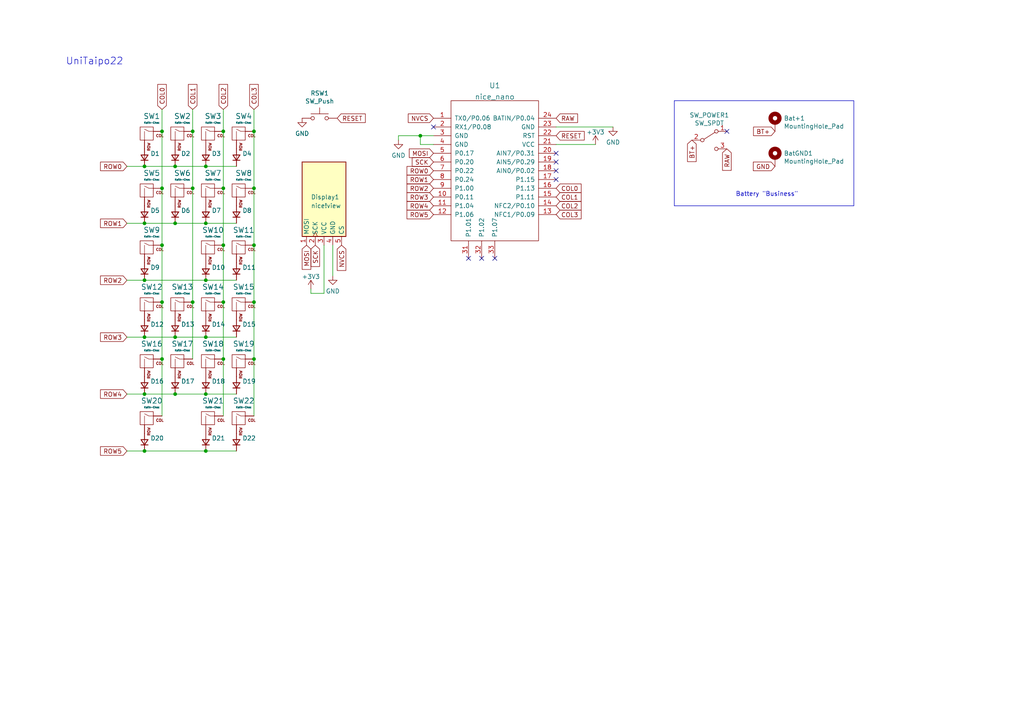
<source format=kicad_sch>
(kicad_sch (version 20230121) (generator eeschema)
  (paper "A4")
  (lib_symbols
    (symbol "Device:D_Small" (pin_numbers hide) (pin_names (offset 0.254) hide)
      (property "Reference" "D" (at -1.27 2.032 0))
      (property "Value" "D_Small" (at -3.81 -2.032 0))
      (symbol "D_Small_0_1"
        (polyline (pts (xy -0.762 -1.016) (xy -0.762 1.016)) (stroke (width 0.254)))
        (polyline (pts (xy -0.762 0) (xy 0.762 0)))
        (polyline (pts (xy 0.762 -1.016) (xy -0.762 0) (xy 0.762 1.016) (xy 0.762 -1.016)) (stroke (width 0.254)))
      )
      (symbol "D_Small_1_1"
        (pin passive line (at -2.54 0 0) (length 1.778) (name "K") (number "1"))
        (pin passive line (at 2.54 0 180) (length 1.778) (name "A") (number "2"))
      )
    )
    (symbol "MX_Alps_Hybrid:MX-NoLED" (pin_names (offset 1.016))
      (property "Reference" "MX" (at -0.635 3.81 0))
      (property "Value" "MX-NoLED" (at -0.635 1.27 0))
      (symbol "MX-NoLED_0_0"
        (rectangle (start -2.54 2.54) (end 1.27 -1.27))
        (polyline (pts (xy -1.27 -1.27) (xy -1.27 1.27)) (stroke (width 0.127)))
        (polyline (pts (xy 1.27 1.27) (xy 0 1.27) (xy -1.27 1.905)) (stroke (width 0.127)))
        (text "COL" (at 3.175 0 0) (effects (font (size 0.762 0.762))))
        (text "ROW" (at 0 -1.905 900) (effects (font (size 0.762 0.762)) (justify right)))
      )
      (symbol "MX-NoLED_1_1"
        (pin passive line (at 3.81 1.27 180) (length 2.54) (name "COL") (number "1"))
        (pin passive line (at -1.27 -3.81 90) (length 2.54) (name "ROW") (number "2"))
      )
    )
    (symbol "Mechanical:MountingHole_Pad" (pin_numbers hide) (pin_names (offset 1.016) hide)
      (property "Reference" "H" (at 0 6.35 0))
      (property "Value" "MountingHole_Pad" (at 0 4.445 0))
      (symbol "MountingHole_Pad_0_1"
        (circle (center 0 1.27) (radius 1.27) (stroke (width 1.27)))
      )
      (symbol "MountingHole_Pad_1_1"
        (pin input line (at 0 -2.54 90) (length 2.54) (name "1") (number "1"))
      )
    )
    (symbol "Switch:SW_Push" (pin_numbers hide) (pin_names (offset 1.016) hide)
      (property "Reference" "SW" (at 1.27 2.54 0))
      (property "Value" "SW_Push" (at 0 -1.524 0))
      (symbol "SW_Push_0_1"
        (circle (center -2.032 0) (radius 0.508))
        (polyline (pts (xy 0 1.27) (xy 0 3.048)))
        (polyline (pts (xy 2.54 1.27) (xy -2.54 1.27)))
        (circle (center 2.032 0) (radius 0.508))
        (pin passive line (at -5.08 0 0) (length 2.54) (name "1") (number "1"))
        (pin passive line (at 5.08 0 180) (length 2.54) (name "2") (number "2"))
      )
    )
    (symbol "Switch:SW_SPDT" (pin_names (offset 0) hide)
      (property "Reference" "SW" (at 0 4.318 0))
      (property "Value" "SW_SPDT" (at 0 -5.08 0))
      (symbol "SW_SPDT_0_0"
        (circle (center -2.032 0) (radius 0.508))
        (circle (center 2.032 -2.54) (radius 0.508))
      )
      (symbol "SW_SPDT_0_1"
        (polyline (pts (xy -1.524 0.254) (xy 1.651 2.286)))
        (circle (center 2.032 2.54) (radius 0.508))
      )
      (symbol "SW_SPDT_1_1"
        (pin passive line (at 5.08 2.54 180) (length 2.54) (name "A") (number "1"))
        (pin passive line (at -5.08 0 0) (length 2.54) (name "B") (number "2"))
        (pin passive line (at 5.08 -2.54 180) (length 2.54) (name "C") (number "3"))
      )
    )
    (symbol "nice_nano:nice_nano" (pin_names (offset 1.016))
      (property "Reference" "U" (at 0 0 0))
      (property "Value" "nice_nano" (at 0 2.54 0))
      (symbol "nice_nano_0_1"
        (rectangle (start -12.7 -21.59) (end 12.7 19.05))
      )
      (symbol "nice_nano_1_1"
        (pin input line (at -17.78 13.97 0) (length 5.08) (name "TX0/P0.06") (number "1"))
        (pin input line (at -17.78 -8.89 0) (length 5.08) (name "P0.11") (number "10"))
        (pin input line (at -17.78 -11.43 0) (length 5.08) (name "P1.04") (number "11"))
        (pin input line (at -17.78 -13.97 0) (length 5.08) (name "P1.06") (number "12"))
        (pin input line (at 17.78 -13.97 180) (length 5.08) (name "NFC1/P0.09") (number "13"))
        (pin input line (at 17.78 -11.43 180) (length 5.08) (name "NFC2/P0.10") (number "14"))
        (pin input line (at 17.78 -8.89 180) (length 5.08) (name "P1.11") (number "15"))
        (pin input line (at 17.78 -6.35 180) (length 5.08) (name "P1.13") (number "16"))
        (pin input line (at 17.78 -3.81 180) (length 5.08) (name "P1.15") (number "17"))
        (pin input line (at 17.78 -1.27 180) (length 5.08) (name "AIN0/P0.02") (number "18"))
        (pin input line (at 17.78 1.27 180) (length 5.08) (name "AIN5/P0.29") (number "19"))
        (pin input line (at -17.78 11.43 0) (length 5.08) (name "RX1/P0.08") (number "2"))
        (pin input line (at 17.78 3.81 180) (length 5.08) (name "AIN7/P0.31") (number "20"))
        (pin input line (at 17.78 6.35 180) (length 5.08) (name "VCC") (number "21"))
        (pin input line (at 17.78 8.89 180) (length 5.08) (name "RST") (number "22"))
        (pin input line (at 17.78 11.43 180) (length 5.08) (name "GND") (number "23"))
        (pin input line (at 17.78 13.97 180) (length 5.08) (name "BATIN/P0.04") (number "24"))
        (pin input line (at -17.78 8.89 0) (length 5.08) (name "GND") (number "3"))
        (pin input line (at -7.62 -26.67 90) (length 5.08) (name "P1.01") (number "31"))
        (pin input line (at -3.81 -26.67 90) (length 5.08) (name "P1.02") (number "32"))
        (pin input line (at 0 -26.67 90) (length 5.08) (name "P1.07") (number "33"))
        (pin input line (at -17.78 6.35 0) (length 5.08) (name "GND") (number "4"))
        (pin input line (at -17.78 3.81 0) (length 5.08) (name "P0.17") (number "5"))
        (pin input line (at -17.78 1.27 0) (length 5.08) (name "P0.20") (number "6"))
        (pin input line (at -17.78 -1.27 0) (length 5.08) (name "P0.22") (number "7"))
        (pin input line (at -17.78 -3.81 0) (length 5.08) (name "P0.24") (number "8"))
        (pin input line (at -17.78 -6.35 0) (length 5.08) (name "P1.00") (number "9"))
      )
    )
    (symbol "nice_view:nice!view"
      (property "Reference" "Display" (at 0 12.7 0))
      (property "Value" "nice!view" (at 0 0 0))
      (symbol "nice!view_0_1"
        (rectangle (start -6.35 11.43) (end 6.35 -10.16) (stroke (width 0.254)) (fill (type background)))
      )
      (symbol "nice!view_1_1"
        (pin input line (at -5.08 -12.7 90) (length 2.54) (name "MOSI") (number "1"))
        (pin input clock (at -2.54 -12.7 90) (length 2.54) (name "SCK") (number "2"))
        (pin power_in line (at 0 -12.7 90) (length 2.54) (name "VCC") (number "3"))
        (pin power_out line (at 2.54 -12.7 90) (length 2.54) (name "GND") (number "4"))
        (pin passive line (at 5.08 -12.7 90) (length 2.54) (name "CS") (number "5"))
      )
    )
    (symbol "power:+3.3V" (power) (pin_names (offset 0))
      (property "Value" "+3.3V" (at 0 3.556 0))
      (symbol "+3.3V_0_1"
        (polyline (pts (xy -0.762 1.27) (xy 0 2.54)))
        (polyline (pts (xy 0 0) (xy 0 2.54)))
        (polyline (pts (xy 0 2.54) (xy 0.762 1.27)))
      )
      (symbol "+3.3V_1_1"
        (pin power_in line (at 0 0 90) (length 0) hide (name "+3V3") (number "1"))
      )
    )
    (symbol "power:GND" (power) (pin_names (offset 0))
      (property "Value" "GND" (at 0 -3.81 0))
      (symbol "GND_0_1"
        (polyline (pts (xy 0 0) (xy 0 -1.27) (xy 1.27 -1.27) (xy 0 -2.54) (xy -1.27 -1.27) (xy 0 -1.27)))
      )
      (symbol "GND_1_1"
        (pin power_in line (at 0 0 270) (length 0) hide (name "GND") (number "1"))
      )
    )
  )
  (junction (at 50.8 97.79))
  (junction (at 73.66 104.14))
  (junction (at 50.8 48.26))
  (junction (at 73.66 54.61))
  (junction (at 50.8 114.3))
  (junction (at 41.91 81.28))
  (junction (at 64.77 71.12))
  (junction (at 46.99 71.12))
  (junction (at 73.66 87.63))
  (junction (at 59.69 97.79))
  (junction (at 64.77 38.1))
  (junction (at 64.77 87.63))
  (junction (at 46.99 104.14))
  (junction (at 59.69 114.3))
  (junction (at 55.88 54.61))
  (junction (at 55.88 87.63))
  (junction (at 59.69 64.77))
  (junction (at 46.99 38.1))
  (junction (at 121.92 39.37))
  (junction (at 50.8 64.77))
  (junction (at 41.91 64.77))
  (junction (at 73.66 38.1))
  (junction (at 41.91 114.3))
  (junction (at 64.77 54.61))
  (junction (at 46.99 54.61))
  (junction (at 59.69 130.81))
  (junction (at 73.66 71.12))
  (junction (at 41.91 130.81))
  (junction (at 59.69 48.26))
  (junction (at 64.77 104.14))
  (junction (at 46.99 87.63))
  (junction (at 55.88 38.1))
  (junction (at 59.69 81.28))
  (junction (at 41.91 97.79))
  (junction (at 41.91 48.26))
  (no_connect (at 125.73 36.83))
  (no_connect (at 210.82 38.1))
  (no_connect (at 161.29 52.07))
  (no_connect (at 135.89 74.93))
  (no_connect (at 139.7 74.93))
  (no_connect (at 161.29 49.53))
  (no_connect (at 143.51 74.93))
  (no_connect (at 161.29 46.99))
  (no_connect (at 161.29 44.45))
  (wire (pts (xy 59.69 97.79) (xy 68.58 97.79)))
  (wire (pts (xy 36.83 114.3) (xy 41.91 114.3)))
  (polyline (pts (xy 195.58 29.21) (xy 195.58 59.69)))
  (wire (pts (xy 59.69 114.3) (xy 68.58 114.3)))
  (wire (pts (xy 41.91 64.77) (xy 50.8 64.77)))
  (wire (pts (xy 46.99 87.63) (xy 46.99 104.14)))
  (wire (pts (xy 115.57 39.37) (xy 121.92 39.37)))
  (polyline (pts (xy 247.65 59.69) (xy 195.58 59.69)))
  (wire (pts (xy 41.91 130.81) (xy 59.69 130.81)))
  (wire (pts (xy 46.99 31.75) (xy 46.99 38.1)))
  (wire (pts (xy 90.17 85.09) (xy 90.17 83.82)))
  (wire (pts (xy 50.8 97.79) (xy 59.69 97.79)))
  (wire (pts (xy 93.98 71.12) (xy 93.98 85.09)))
  (wire (pts (xy 50.8 48.26) (xy 59.69 48.26)))
  (polyline (pts (xy 247.65 29.21) (xy 247.65 59.69)))
  (wire (pts (xy 46.99 38.1) (xy 46.99 54.61)))
  (wire (pts (xy 73.66 104.14) (xy 73.66 120.65)))
  (wire (pts (xy 161.29 41.91) (xy 172.72 41.91)))
  (wire (pts (xy 125.73 39.37) (xy 121.92 39.37)))
  (wire (pts (xy 73.66 31.75) (xy 73.66 38.1)))
  (wire (pts (xy 50.8 114.3) (xy 59.69 114.3)))
  (wire (pts (xy 36.83 130.81) (xy 41.91 130.81)))
  (wire (pts (xy 50.8 64.77) (xy 59.69 64.77)))
  (wire (pts (xy 55.88 38.1) (xy 55.88 54.61)))
  (wire (pts (xy 161.29 36.83) (xy 177.8 36.83)))
  (wire (pts (xy 41.91 48.26) (xy 50.8 48.26)))
  (wire (pts (xy 64.77 104.14) (xy 64.77 120.65)))
  (wire (pts (xy 73.66 38.1) (xy 73.66 54.61)))
  (polyline (pts (xy 195.58 29.21) (xy 247.65 29.21)))
  (wire (pts (xy 41.91 97.79) (xy 50.8 97.79)))
  (wire (pts (xy 96.52 71.12) (xy 96.52 80.01)))
  (wire (pts (xy 64.77 54.61) (xy 64.77 71.12)))
  (wire (pts (xy 125.73 41.91) (xy 121.92 41.91)))
  (wire (pts (xy 59.69 130.81) (xy 68.58 130.81)))
  (wire (pts (xy 59.69 81.28) (xy 68.58 81.28)))
  (wire (pts (xy 46.99 71.12) (xy 46.99 87.63)))
  (wire (pts (xy 41.91 114.3) (xy 50.8 114.3)))
  (wire (pts (xy 93.98 85.09) (xy 90.17 85.09)))
  (wire (pts (xy 46.99 54.61) (xy 46.99 71.12)))
  (wire (pts (xy 115.57 39.37) (xy 115.57 40.64)))
  (wire (pts (xy 64.77 31.75) (xy 64.77 38.1)))
  (wire (pts (xy 73.66 54.61) (xy 73.66 71.12)))
  (wire (pts (xy 64.77 38.1) (xy 64.77 54.61)))
  (wire (pts (xy 121.92 41.91) (xy 121.92 39.37)))
  (wire (pts (xy 64.77 71.12) (xy 64.77 87.63)))
  (wire (pts (xy 59.69 64.77) (xy 68.58 64.77)))
  (wire (pts (xy 36.83 97.79) (xy 41.91 97.79)))
  (wire (pts (xy 59.69 48.26) (xy 68.58 48.26)))
  (wire (pts (xy 36.83 81.28) (xy 41.91 81.28)))
  (wire (pts (xy 73.66 71.12) (xy 73.66 87.63)))
  (wire (pts (xy 55.88 31.75) (xy 55.88 38.1)))
  (wire (pts (xy 64.77 87.63) (xy 64.77 104.14)))
  (wire (pts (xy 36.83 48.26) (xy 41.91 48.26)))
  (wire (pts (xy 36.83 64.77) (xy 41.91 64.77)))
  (wire (pts (xy 55.88 54.61) (xy 55.88 87.63)))
  (wire (pts (xy 41.91 81.28) (xy 59.69 81.28)))
  (wire (pts (xy 46.99 104.14) (xy 46.99 120.65)))
  (wire (pts (xy 55.88 87.63) (xy 55.88 104.14)))
  (wire (pts (xy 73.66 87.63) (xy 73.66 104.14)))
  (text "Battery \"Business\"" (at 213.36 57.15 0) (effects (font (size 1.27 1.27)) (justify left bottom)))
  (text "UniTaipo22" (at 19.05 19.05 0) (effects (font (size 2 2)) (justify left bottom)))
  (global_label "COL3" (shape input) (at 161.29 62.23 0) (property "Intersheetrefs" "${INTERSHEET_REFS}" (effects hide)))
  (global_label "ROW5" (shape input) (at 125.73 62.23 180) (property "Intersheetrefs" "${INTERSHEET_REFS}" (effects hide)))
  (global_label "MOSI" (shape input) (at 125.73 44.45 180) (property "Intersheetrefs" "${INTERSHEET_REFS}" (effects hide)))
  (global_label "ROW1" (shape input) (at 36.83 64.77 180) (property "Intersheetrefs" "${INTERSHEET_REFS}" (effects hide)))
  (global_label "ROW4" (shape input) (at 125.73 59.69 180) (property "Intersheetrefs" "${INTERSHEET_REFS}" (effects hide)))
  (global_label "RESET" (shape input) (at 161.29 39.37 0) (property "Intersheetrefs" "${INTERSHEET_REFS}" (effects hide)))
  (global_label "BT+" (shape input) (at 200.66 40.64 270) (property "Intersheetrefs" "${INTERSHEET_REFS}" (effects hide)))
  (global_label "COL1" (shape input) (at 55.88 31.75 90) (property "Intersheetrefs" "${INTERSHEET_REFS}" (effects hide)))
  (global_label "COL1" (shape input) (at 161.29 57.15 0) (property "Intersheetrefs" "${INTERSHEET_REFS}" (effects hide)))
  (global_label "ROW3" (shape input) (at 36.83 97.79 180) (property "Intersheetrefs" "${INTERSHEET_REFS}" (effects hide)))
  (global_label "NVCS" (shape input) (at 99.06 71.12 270) (property "Intersheetrefs" "${INTERSHEET_REFS}" (effects hide)))
  (global_label "ROW2" (shape input) (at 125.73 54.61 180) (property "Intersheetrefs" "${INTERSHEET_REFS}" (effects hide)))
  (global_label "SCK" (shape input) (at 125.73 46.99 180) (property "Intersheetrefs" "${INTERSHEET_REFS}" (effects hide)))
  (global_label "RESET" (shape input) (at 97.79 34.29 0) (property "Intersheetrefs" "${INTERSHEET_REFS}" (effects hide)))
  (global_label "ROW0" (shape input) (at 125.73 49.53 180) (property "Intersheetrefs" "${INTERSHEET_REFS}" (effects hide)))
  (global_label "RAW" (shape input) (at 210.82 43.18 270) (property "Intersheetrefs" "${INTERSHEET_REFS}" (effects hide)))
  (global_label "MOSI" (shape input) (at 88.9 71.12 270) (property "Intersheetrefs" "${INTERSHEET_REFS}" (effects hide)))
  (global_label "GND" (shape input) (at 224.79 48.26 180) (property "Intersheetrefs" "${INTERSHEET_REFS}" (effects hide)))
  (global_label "SCK" (shape input) (at 91.44 71.12 270) (property "Intersheetrefs" "${INTERSHEET_REFS}" (effects hide)))
  (global_label "ROW5" (shape input) (at 36.83 130.81 180) (property "Intersheetrefs" "${INTERSHEET_REFS}" (effects hide)))
  (global_label "NVCS" (shape input) (at 125.73 34.29 180) (property "Intersheetrefs" "${INTERSHEET_REFS}" (effects hide)))
  (global_label "ROW4" (shape input) (at 36.83 114.3 180) (property "Intersheetrefs" "${INTERSHEET_REFS}" (effects hide)))
  (global_label "COL0" (shape input) (at 161.29 54.61 0) (property "Intersheetrefs" "${INTERSHEET_REFS}" (effects hide)))
  (global_label "ROW0" (shape input) (at 36.83 48.26 180) (property "Intersheetrefs" "${INTERSHEET_REFS}" (effects hide)))
  (global_label "COL0" (shape input) (at 46.99 31.75 90) (property "Intersheetrefs" "${INTERSHEET_REFS}" (effects hide)))
  (global_label "ROW3" (shape input) (at 125.73 57.15 180) (property "Intersheetrefs" "${INTERSHEET_REFS}" (effects hide)))
  (global_label "COL2" (shape input) (at 161.29 59.69 0) (property "Intersheetrefs" "${INTERSHEET_REFS}" (effects hide)))
  (global_label "ROW1" (shape input) (at 125.73 52.07 180) (property "Intersheetrefs" "${INTERSHEET_REFS}" (effects hide)))
  (global_label "BT+" (shape input) (at 224.79 38.1 180) (property "Intersheetrefs" "${INTERSHEET_REFS}" (effects hide)))
  (global_label "COL2" (shape input) (at 64.77 31.75 90) (property "Intersheetrefs" "${INTERSHEET_REFS}" (effects hide)))
  (global_label "COL3" (shape input) (at 73.66 31.75 90) (property "Intersheetrefs" "${INTERSHEET_REFS}" (effects hide)))
  (global_label "RAW" (shape input) (at 161.29 34.29 0) (property "Intersheetrefs" "${INTERSHEET_REFS}" (effects hide)))
  (global_label "ROW2" (shape input) (at 36.83 81.28 180) (property "Intersheetrefs" "${INTERSHEET_REFS}" (effects hide)))
  (symbol (lib_id "Device:D_Small") (at 50.8 95.25 90) (unit 1)
    (property "Reference" "D13" (at 52.5272 94.0816 90) (effects (justify right)))
    (property "Value" "diode" (effects hide))
    (property "Footprint" "Bubble_Lib:SMD_Diode_B2" (effects hide))
  )
  (symbol (lib_id "power:GND") (at 96.52 80.01 0) (unit 1)
    (property "Reference" "#PWR04" (effects hide))
    (property "Value" "GND" (at 96.52 84.4534 0))
  )
  (symbol (lib_id "power:+3.3V") (at 172.72 41.91 0) (unit 1)
    (property "Reference" "#PWR03" (effects hide))
    (property "Value" "+3.3V" (at 172.72 38.3342 0))
  )
  (symbol (lib_id "Device:D_Small") (at 68.58 128.27 90) (unit 1)
    (property "Reference" "D22" (at 70.3072 127.1016 90) (effects (justify right)))
    (property "Value" "diode" (effects hide))
    (property "Footprint" "Bubble_Lib:SMD_Diode_B2" (effects hide))
  )
  (symbol (lib_id "MX_Alps_Hybrid:MX-NoLED") (at 69.85 88.9 0) (unit 1)
    (property "Reference" "SW15" (at 70.6882 83.2358 0) (effects (font (size 1.524 1.524))))
    (property "Value" "Kailh-Choc" (at 70.6882 85.1154 0) (effects (font (size 0.508 0.508))))
    (property "Footprint" "Bubble_Lib:SW_Hotswap_Kailh_Choc_V1_taipo" (effects hide))
  )
  (symbol (lib_id "MX_Alps_Hybrid:MX-NoLED") (at 43.18 88.9 0) (unit 1)
    (property "Reference" "SW12" (at 44.0182 83.2358 0) (effects (font (size 1.524 1.524))))
    (property "Value" "Kailh-Choc" (at 44.0182 85.1154 0) (effects (font (size 0.508 0.508))))
    (property "Footprint" "Bubble_Lib:SW_Hotswap_Kailh_Choc_V1_taipo" (effects hide))
  )
  (symbol (lib_id "Device:D_Small") (at 41.91 128.27 90) (unit 1)
    (property "Reference" "D20" (at 43.6372 127.1016 90) (effects (justify right)))
    (property "Value" "diode" (effects hide))
    (property "Footprint" "Bubble_Lib:SMD_Diode_B2" (effects hide))
  )
  (symbol (lib_id "Device:D_Small") (at 59.69 45.72 90) (unit 1)
    (property "Reference" "D3" (at 61.4172 44.5516 90) (effects (justify right)))
    (property "Value" "diode" (effects hide))
    (property "Footprint" "Bubble_Lib:SMD_Diode_B2" (effects hide))
  )
  (symbol (lib_id "nice_view:nice!view") (at 93.98 58.42 0) (unit 1)
    (property "Reference" "Display1" (at 90.17 57.1531 0) (effects (justify left)))
    (property "Value" "nice!view" (at 90.17 59.69 0) (effects (justify left)))
    (property "Footprint" "Bubble_Lib:nice_view" (effects hide))
    (property "Datasheet" "https://nicekeyboards.com/docs/nice-view/pinout-schematic" (effects hide))
  )
  (symbol (lib_id "MX_Alps_Hybrid:MX-NoLED") (at 43.18 121.92 0) (unit 1)
    (property "Reference" "SW20" (at 44.0182 116.2558 0) (effects (font (size 1.524 1.524))))
    (property "Value" "Kailh-Choc" (at 44.0182 118.1354 0) (effects (font (size 0.508 0.508))))
    (property "Footprint" "Bubble_Lib:SW_Hotswap_Kailh_Choc_V1_taipo" (effects hide))
  )
  (symbol (lib_id "Device:D_Small") (at 59.69 128.27 90) (unit 1)
    (property "Reference" "D21" (at 61.4172 127.1016 90) (effects (justify right)))
    (property "Value" "diode" (effects hide))
    (property "Footprint" "Bubble_Lib:SMD_Diode_B2" (effects hide))
  )
  (symbol (lib_id "power:GND") (at 177.8 36.83 0) (unit 1)
    (property "Reference" "#PWR01" (effects hide))
    (property "Value" "GND" (at 177.8 41.2734 0))
  )
  (symbol (lib_id "MX_Alps_Hybrid:MX-NoLED") (at 52.07 55.88 0) (unit 1)
    (property "Reference" "SW6" (at 52.9082 50.2158 0) (effects (font (size 1.524 1.524))))
    (property "Value" "Kailh-Choc" (at 52.9082 52.0954 0) (effects (font (size 0.508 0.508))))
    (property "Footprint" "Bubble_Lib:SW_Hotswap_Kailh_Choc_V1_taipo" (effects hide))
  )
  (symbol (lib_id "Device:D_Small") (at 41.91 111.76 90) (unit 1)
    (property "Reference" "D16" (at 43.6372 110.5916 90) (effects (justify right)))
    (property "Value" "diode" (effects hide))
    (property "Footprint" "Bubble_Lib:SMD_Diode_B2" (effects hide))
  )
  (symbol (lib_id "MX_Alps_Hybrid:MX-NoLED") (at 69.85 55.88 0) (unit 1)
    (property "Reference" "SW8" (at 70.6882 50.2158 0) (effects (font (size 1.524 1.524))))
    (property "Value" "Kailh-Choc" (at 70.6882 52.0954 0) (effects (font (size 0.508 0.508))))
    (property "Footprint" "Bubble_Lib:SW_Hotswap_Kailh_Choc_V1_taipo" (effects hide))
  )
  (symbol (lib_id "Device:D_Small") (at 50.8 45.72 90) (unit 1)
    (property "Reference" "D2" (at 52.5272 44.5516 90) (effects (justify right)))
    (property "Value" "diode" (effects hide))
    (property "Footprint" "Bubble_Lib:SMD_Diode_B2" (effects hide))
  )
  (symbol (lib_id "MX_Alps_Hybrid:MX-NoLED") (at 69.85 72.39 0) (unit 1)
    (property "Reference" "SW11" (at 70.6882 66.7258 0) (effects (font (size 1.524 1.524))))
    (property "Value" "Kailh-Choc" (at 70.6882 68.6054 0) (effects (font (size 0.508 0.508))))
    (property "Footprint" "Bubble_Lib:SW_Hotswap_Kailh_Choc_V1_taipo" (effects hide))
  )
  (symbol (lib_id "MX_Alps_Hybrid:MX-NoLED") (at 60.96 39.37 0) (unit 1)
    (property "Reference" "SW3" (at 61.7982 33.7058 0) (effects (font (size 1.524 1.524))))
    (property "Value" "Kailh-Choc" (at 61.7982 35.5854 0) (effects (font (size 0.508 0.508))))
    (property "Footprint" "Bubble_Lib:SW_Hotswap_Kailh_Choc_V1_taipo" (effects hide))
  )
  (symbol (lib_id "MX_Alps_Hybrid:MX-NoLED") (at 43.18 55.88 0) (unit 1)
    (property "Reference" "SW5" (at 44.0182 50.2158 0) (effects (font (size 1.524 1.524))))
    (property "Value" "Kailh-Choc" (at 44.0182 52.0954 0) (effects (font (size 0.508 0.508))))
    (property "Footprint" "Bubble_Lib:SW_Hotswap_Kailh_Choc_V1_taipo" (effects hide))
  )
  (symbol (lib_id "MX_Alps_Hybrid:MX-NoLED") (at 43.18 72.39 0) (unit 1)
    (property "Reference" "SW9" (at 44.0182 66.7258 0) (effects (font (size 1.524 1.524))))
    (property "Value" "Kailh-Choc" (at 44.0182 68.6054 0) (effects (font (size 0.508 0.508))))
    (property "Footprint" "Bubble_Lib:SW_Hotswap_Kailh_Choc_V1_taipo" (effects hide))
  )
  (symbol (lib_id "MX_Alps_Hybrid:MX-NoLED") (at 43.18 105.41 0) (unit 1)
    (property "Reference" "SW16" (at 44.0182 99.7458 0) (effects (font (size 1.524 1.524))))
    (property "Value" "Kailh-Choc" (at 44.0182 101.6254 0) (effects (font (size 0.508 0.508))))
    (property "Footprint" "Bubble_Lib:SW_Hotswap_Kailh_Choc_V1_taipo" (effects hide))
  )
  (symbol (lib_id "Device:D_Small") (at 68.58 45.72 90) (unit 1)
    (property "Reference" "D4" (at 70.3072 44.5516 90) (effects (justify right)))
    (property "Value" "diode" (effects hide))
    (property "Footprint" "Bubble_Lib:SMD_Diode_B2" (effects hide))
  )
  (symbol (lib_id "MX_Alps_Hybrid:MX-NoLED") (at 43.18 39.37 0) (unit 1)
    (property "Reference" "SW1" (at 44.0182 33.7058 0) (effects (font (size 1.524 1.524))))
    (property "Value" "Kailh-Choc" (at 44.0182 35.5854 0) (effects (font (size 0.508 0.508))))
    (property "Footprint" "Bubble_Lib:SW_Hotswap_Kailh_Choc_V1_taipo" (effects hide))
  )
  (symbol (lib_id "MX_Alps_Hybrid:MX-NoLED") (at 60.96 105.41 0) (unit 1)
    (property "Reference" "SW18" (at 61.7982 99.7458 0) (effects (font (size 1.524 1.524))))
    (property "Value" "Kailh-Choc" (at 61.7982 101.6254 0) (effects (font (size 0.508 0.508))))
    (property "Footprint" "Bubble_Lib:SW_Hotswap_Kailh_Choc_V1_taipo" (effects hide))
  )
  (symbol (lib_id "Device:D_Small") (at 41.91 95.25 90) (unit 1)
    (property "Reference" "D12" (at 43.6372 94.0816 90) (effects (justify right)))
    (property "Value" "diode" (effects hide))
    (property "Footprint" "Bubble_Lib:SMD_Diode_B2" (effects hide))
  )
  (symbol (lib_id "power:+3.3V") (at 90.17 83.82 0) (unit 1)
    (property "Reference" "#PWR05" (effects hide))
    (property "Value" "+3.3V" (at 90.17 80.2442 0))
  )
  (symbol (lib_id "MX_Alps_Hybrid:MX-NoLED") (at 52.07 105.41 0) (unit 1)
    (property "Reference" "SW17" (at 52.9082 99.7458 0) (effects (font (size 1.524 1.524))))
    (property "Value" "Kailh-Choc" (at 52.9082 101.6254 0) (effects (font (size 0.508 0.508))))
    (property "Footprint" "Bubble_Lib:SW_Hotswap_Kailh_Choc_V1_taipo" (effects hide))
  )
  (symbol (lib_id "MX_Alps_Hybrid:MX-NoLED") (at 60.96 88.9 0) (unit 1)
    (property "Reference" "SW14" (at 61.7982 83.2358 0) (effects (font (size 1.524 1.524))))
    (property "Value" "Kailh-Choc" (at 61.7982 85.1154 0) (effects (font (size 0.508 0.508))))
    (property "Footprint" "Bubble_Lib:SW_Hotswap_Kailh_Choc_V1_taipo" (effects hide))
  )
  (symbol (lib_id "Device:D_Small") (at 59.69 95.25 90) (unit 1)
    (property "Reference" "D14" (at 61.4172 94.0816 90) (effects (justify right)))
    (property "Value" "diode" (effects hide))
    (property "Footprint" "Bubble_Lib:SMD_Diode_B2" (effects hide))
  )
  (symbol (lib_id "power:GND") (at 87.63 34.29 0) (unit 1)
    (property "Reference" "#PWR06" (effects hide))
    (property "Value" "GND" (at 87.63 38.7334 0))
  )
  (symbol (lib_id "Device:D_Small") (at 41.91 45.72 90) (unit 1)
    (property "Reference" "D1" (at 43.6372 44.5516 90) (effects (justify right)))
    (property "Value" "diode" (effects hide))
    (property "Footprint" "Bubble_Lib:SMD_Diode_B2" (effects hide))
  )
  (symbol (lib_id "Device:D_Small") (at 50.8 62.23 90) (unit 1)
    (property "Reference" "D6" (at 52.5272 61.0616 90) (effects (justify right)))
    (property "Value" "diode" (effects hide))
    (property "Footprint" "Bubble_Lib:SMD_Diode_B2" (effects hide))
  )
  (symbol (lib_id "Device:D_Small") (at 59.69 78.74 90) (unit 1)
    (property "Reference" "D10" (at 61.4172 77.5716 90) (effects (justify right)))
    (property "Value" "diode" (effects hide))
    (property "Footprint" "Bubble_Lib:SMD_Diode_B2" (effects hide))
  )
  (symbol (lib_id "power:GND") (at 115.57 40.64 0) (unit 1)
    (property "Reference" "#PWR02" (effects hide))
    (property "Value" "GND" (at 115.57 45.0834 0))
  )
  (symbol (lib_id "MX_Alps_Hybrid:MX-NoLED") (at 60.96 55.88 0) (unit 1)
    (property "Reference" "SW7" (at 61.7982 50.2158 0) (effects (font (size 1.524 1.524))))
    (property "Value" "Kailh-Choc" (at 61.7982 52.0954 0) (effects (font (size 0.508 0.508))))
    (property "Footprint" "Bubble_Lib:SW_Hotswap_Kailh_Choc_V1_taipo" (effects hide))
  )
  (symbol (lib_id "MX_Alps_Hybrid:MX-NoLED") (at 69.85 105.41 0) (unit 1)
    (property "Reference" "SW19" (at 70.6882 99.7458 0) (effects (font (size 1.524 1.524))))
    (property "Value" "Kailh-Choc" (at 70.6882 101.6254 0) (effects (font (size 0.508 0.508))))
    (property "Footprint" "Bubble_Lib:SW_Hotswap_Kailh_Choc_V1_taipo" (effects hide))
  )
  (symbol (lib_id "Device:D_Small") (at 68.58 78.74 90) (unit 1)
    (property "Reference" "D11" (at 70.3072 77.5716 90) (effects (justify right)))
    (property "Value" "diode" (effects hide))
    (property "Footprint" "Bubble_Lib:SMD_Diode_B2" (effects hide))
  )
  (symbol (lib_id "Device:D_Small") (at 59.69 111.76 90) (unit 1)
    (property "Reference" "D18" (at 61.4172 110.5916 90) (effects (justify right)))
    (property "Value" "diode" (effects hide))
    (property "Footprint" "Bubble_Lib:SMD_Diode_B2" (effects hide))
  )
  (symbol (lib_id "MX_Alps_Hybrid:MX-NoLED") (at 52.07 88.9 0) (unit 1)
    (property "Reference" "SW13" (at 52.9082 83.2358 0) (effects (font (size 1.524 1.524))))
    (property "Value" "Kailh-Choc" (at 52.9082 85.1154 0) (effects (font (size 0.508 0.508))))
    (property "Footprint" "Bubble_Lib:SW_Hotswap_Kailh_Choc_V1_taipo" (effects hide))
  )
  (symbol (lib_id "Device:D_Small") (at 41.91 78.74 90) (unit 1)
    (property "Reference" "D9" (at 43.6372 77.5716 90) (effects (justify right)))
    (property "Value" "diode" (effects hide))
    (property "Footprint" "Bubble_Lib:SMD_Diode_B2" (effects hide))
  )
  (symbol (lib_id "Device:D_Small") (at 59.69 62.23 90) (unit 1)
    (property "Reference" "D7" (at 61.4172 61.0616 90) (effects (justify right)))
    (property "Value" "diode" (effects hide))
    (property "Footprint" "Bubble_Lib:SMD_Diode_B2" (effects hide))
  )
  (symbol (lib_id "Device:D_Small") (at 68.58 95.25 90) (unit 1)
    (property "Reference" "D15" (at 70.3072 94.0816 90) (effects (justify right)))
    (property "Value" "diode" (effects hide))
    (property "Footprint" "Bubble_Lib:SMD_Diode_B2" (effects hide))
  )
  (symbol (lib_id "Switch:SW_Push") (at 92.71 34.29 0) (unit 1)
    (property "Reference" "RSW1" (at 92.71 27.051 0))
    (property "Value" "SW_Push" (at 92.71 29.3624 0))
    (property "Footprint" "Bubble_Lib:SW_RESET" (effects hide))
  )
  (symbol (lib_id "Device:D_Small") (at 68.58 111.76 90) (unit 1)
    (property "Reference" "D19" (at 70.3072 110.5916 90) (effects (justify right)))
    (property "Value" "diode" (effects hide))
    (property "Footprint" "Bubble_Lib:SMD_Diode_B2" (effects hide))
  )
  (symbol (lib_id "MX_Alps_Hybrid:MX-NoLED") (at 52.07 39.37 0) (unit 1)
    (property "Reference" "SW2" (at 52.9082 33.7058 0) (effects (font (size 1.524 1.524))))
    (property "Value" "Kailh-Choc" (at 52.9082 35.5854 0) (effects (font (size 0.508 0.508))))
    (property "Footprint" "Bubble_Lib:SW_Hotswap_Kailh_Choc_V1_taipo" (effects hide))
  )
  (symbol (lib_id "nice_nano:nice_nano") (at 143.51 48.26 0) (unit 1)
    (property "Reference" "U1" (at 143.51 24.8061 0) (effects (font (size 1.524 1.524))))
    (property "Value" "nice_nano" (at 143.51 28.0851 0) (effects (font (size 1.524 1.524))))
    (property "Footprint" "Bubble_Lib:nice_nano_taipo" (effects hide))
  )
  (symbol (lib_id "MX_Alps_Hybrid:MX-NoLED") (at 69.85 121.92 0) (unit 1)
    (property "Reference" "SW22" (at 70.6882 116.2558 0) (effects (font (size 1.524 1.524))))
    (property "Value" "Kailh-Choc" (at 70.6882 118.1354 0) (effects (font (size 0.508 0.508))))
    (property "Footprint" "Bubble_Lib:SW_Hotswap_Kailh_Choc_V1_taipo" (effects hide))
  )
  (symbol (lib_id "Mechanical:MountingHole_Pad") (at 224.79 35.56 0) (unit 1)
    (property "Reference" "Bat+1" (at 227.33 34.3154 0) (effects (justify left)))
    (property "Value" "MountingHole_Pad" (at 227.33 36.6268 0) (effects (justify left)))
    (property "Footprint" "Bubble_Lib:1pin_Battery" (effects hide))
  )
  (symbol (lib_id "Device:D_Small") (at 41.91 62.23 90) (unit 1)
    (property "Reference" "D5" (at 43.6372 61.0616 90) (effects (justify right)))
    (property "Value" "diode" (effects hide))
    (property "Footprint" "Bubble_Lib:SMD_Diode_B2" (effects hide))
  )
  (symbol (lib_id "Mechanical:MountingHole_Pad") (at 224.79 45.72 0) (unit 1)
    (property "Reference" "BatGND1" (at 227.33 44.4754 0) (effects (justify left)))
    (property "Value" "MountingHole_Pad" (at 227.33 46.7868 0) (effects (justify left)))
    (property "Footprint" "Bubble_Lib:1pin_Battery" (effects hide))
  )
  (symbol (lib_id "Switch:SW_SPDT") (at 205.74 40.64 0) (unit 1)
    (property "Reference" "SW_POWER1" (at 205.74 33.401 0))
    (property "Value" "SW_SPDT" (at 205.74 35.7124 0))
    (property "Footprint" "Bubble_Lib:smt-slider-switch" (effects hide))
  )
  (symbol (lib_id "Device:D_Small") (at 50.8 111.76 90) (unit 1)
    (property "Reference" "D17" (at 52.5272 110.5916 90) (effects (justify right)))
    (property "Value" "diode" (effects hide))
    (property "Footprint" "Bubble_Lib:SMD_Diode_B2" (effects hide))
  )
  (symbol (lib_id "MX_Alps_Hybrid:MX-NoLED") (at 69.85 39.37 0) (unit 1)
    (property "Reference" "SW4" (at 70.6882 33.7058 0) (effects (font (size 1.524 1.524))))
    (property "Value" "Kailh-Choc" (at 70.6882 35.5854 0) (effects (font (size 0.508 0.508))))
    (property "Footprint" "Bubble_Lib:SW_Hotswap_Kailh_Choc_V1_taipo" (effects hide))
  )
  (symbol (lib_id "MX_Alps_Hybrid:MX-NoLED") (at 60.96 72.39 0) (unit 1)
    (property "Reference" "SW10" (at 61.7982 66.7258 0) (effects (font (size 1.524 1.524))))
    (property "Value" "Kailh-Choc" (at 61.7982 68.6054 0) (effects (font (size 0.508 0.508))))
    (property "Footprint" "Bubble_Lib:SW_Hotswap_Kailh_Choc_V1_taipo" (effects hide))
  )
  (symbol (lib_id "Device:D_Small") (at 68.58 62.23 90) (unit 1)
    (property "Reference" "D8" (at 70.3072 61.0616 90) (effects (justify right)))
    (property "Value" "diode" (effects hide))
    (property "Footprint" "Bubble_Lib:SMD_Diode_B2" (effects hide))
  )
  (symbol (lib_id "MX_Alps_Hybrid:MX-NoLED") (at 60.96 121.92 0) (unit 1)
    (property "Reference" "SW21" (at 61.7982 116.2558 0) (effects (font (size 1.524 1.524))))
    (property "Value" "Kailh-Choc" (at 61.7982 118.1354 0) (effects (font (size 0.508 0.508))))
    (property "Footprint" "Bubble_Lib:SW_Hotswap_Kailh_Choc_V1_taipo" (effects hide))
  )
)
</source>
